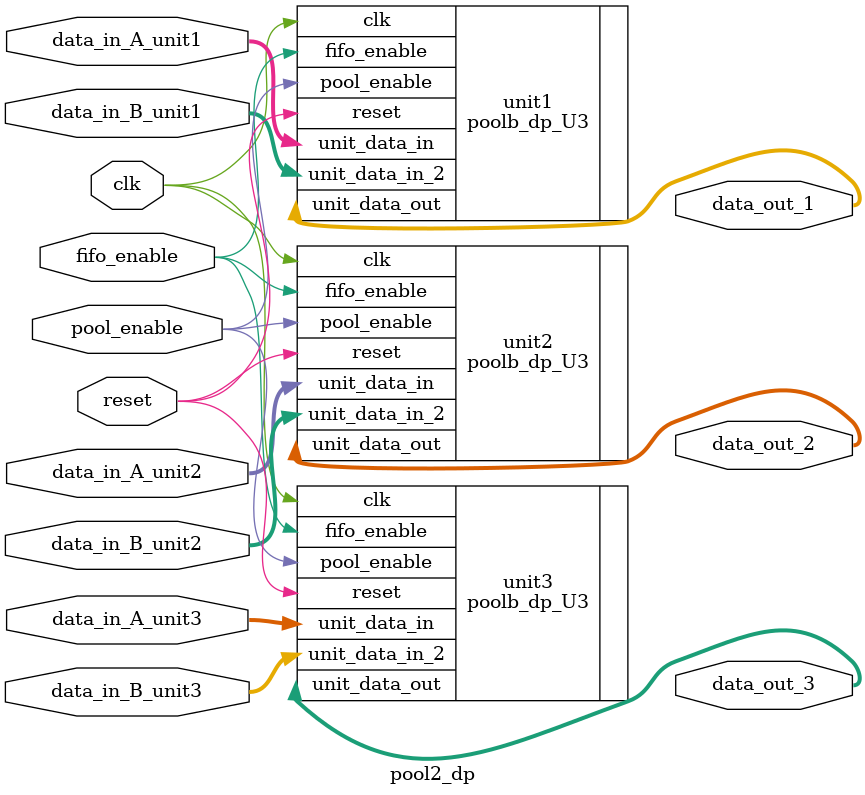
<source format=v>
`timescale 1ns / 1ps


module 
 pool2_dp #(parameter
///////////advanced parameters//////////
	DATA_WIDTH 			  = 32,
	////////////////////////////////////
	IFM_SIZE              = 10,                                                
	IFM_DEPTH             = 16,
	KERNAL_SIZE           = 2
)(
	input 							clk,
	input 							reset,
	input 							fifo_enable,
	input							pool_enable,
	input [DATA_WIDTH-1:0] data_in_A_unit1,
	input [DATA_WIDTH-1:0] data_in_B_unit1,
	input [DATA_WIDTH-1:0] data_in_A_unit2,
	input [DATA_WIDTH-1:0] data_in_B_unit2,
	input [DATA_WIDTH-1:0] data_in_A_unit3,
	input [DATA_WIDTH-1:0] data_in_B_unit3,
	output [DATA_WIDTH-1:0] data_out_1,
	output [DATA_WIDTH-1:0] data_out_2,
	output [DATA_WIDTH-1:0] data_out_3
	);
	poolb_dp_U3 #(.DATA_WIDTH(DATA_WIDTH), .IFM_SIZE(IFM_SIZE), .IFM_DEPTH(IFM_DEPTH), .KERNAL_SIZE(KERNAL_SIZE))
    unit1(
    .clk(clk),
	.reset(reset),
	.fifo_enable(fifo_enable),
	.pool_enable(pool_enable),
	.unit_data_in(data_in_A_unit1),
	.unit_data_in_2(data_in_B_unit1),
    .unit_data_out(data_out_1)
    );
	
	poolb_dp_U3 #(.DATA_WIDTH(DATA_WIDTH), .IFM_SIZE(IFM_SIZE), .IFM_DEPTH(IFM_DEPTH), .KERNAL_SIZE(KERNAL_SIZE))
    unit2(
    .clk(clk),
	.reset(reset),
	.fifo_enable(fifo_enable),
	.pool_enable(pool_enable),
	.unit_data_in(data_in_A_unit2),
	.unit_data_in_2(data_in_B_unit2),
    .unit_data_out(data_out_2)
    );
	
	poolb_dp_U3 #(.DATA_WIDTH(DATA_WIDTH), .IFM_SIZE(IFM_SIZE), .IFM_DEPTH(IFM_DEPTH), .KERNAL_SIZE(KERNAL_SIZE))
    unit3(
    .clk(clk),
	.reset(reset),
	.fifo_enable(fifo_enable),
	.pool_enable(pool_enable),
	.unit_data_in(data_in_A_unit3),
	.unit_data_in_2(data_in_B_unit3),
    .unit_data_out(data_out_3)
    );
	
endmodule
	

</source>
